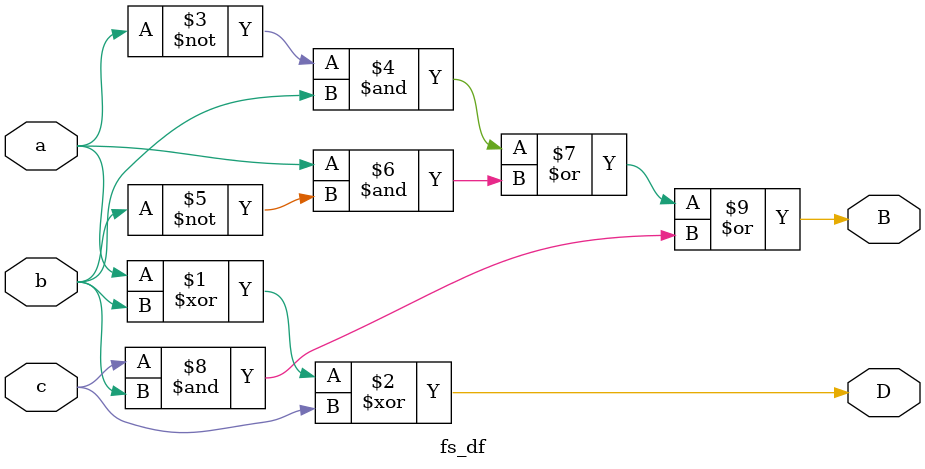
<source format=v>
module fs_df(input a,b,c,output D,B);
    assign D=a^b^c;
    assign B=(~a&b)|(a&(~b))|(c&b);
endmodule
    

</source>
